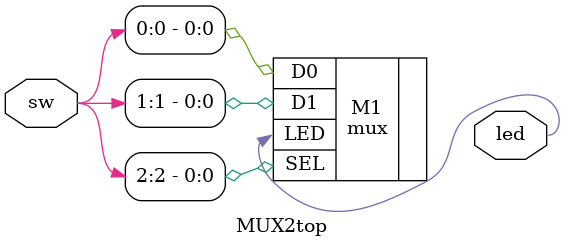
<source format=v>
`timescale 1ns / 1ps


    
module MUX2top(
    input wire[2:0] sw,
    output wire led
    );
    
    mux M1(
    .D0(sw[0]),
    .D1(sw[1]),
    .SEL(sw[2]),
    .LED(led)
    );
    
endmodule


</source>
